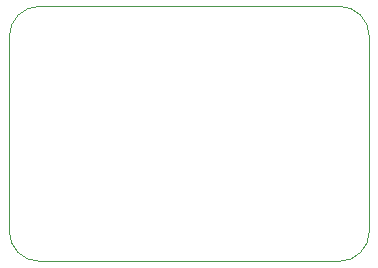
<source format=gbr>
%TF.GenerationSoftware,KiCad,Pcbnew,8.99.0-unknown-7774a43762~178~ubuntu22.04.1*%
%TF.CreationDate,2024-05-27T17:10:49+05:30*%
%TF.ProjectId,Adafruit Si5351A,41646166-7275-4697-9420-536935333531,rev?*%
%TF.SameCoordinates,Original*%
%TF.FileFunction,Profile,NP*%
%FSLAX46Y46*%
G04 Gerber Fmt 4.6, Leading zero omitted, Abs format (unit mm)*
G04 Created by KiCad (PCBNEW 8.99.0-unknown-7774a43762~178~ubuntu22.04.1) date 2024-05-27 17:10:49*
%MOMM*%
%LPD*%
G01*
G04 APERTURE LIST*
%TA.AperFunction,Profile*%
%ADD10C,0.050000*%
%TD*%
G04 APERTURE END LIST*
D10*
X161201100Y-94208600D02*
G75*
G02*
X163741100Y-96748600I0J-2540000D01*
G01*
X133261100Y-113258600D02*
X133261100Y-96748600D01*
X161201100Y-115798600D02*
X135801100Y-115798600D01*
X135801100Y-115798600D02*
G75*
G02*
X133261100Y-113258600I0J2540000D01*
G01*
X163741100Y-96748600D02*
X163741100Y-113258600D01*
X133261100Y-96748600D02*
G75*
G02*
X135801100Y-94208600I2540000J0D01*
G01*
X135801100Y-94208600D02*
X161201100Y-94208600D01*
X163741100Y-113258600D02*
G75*
G02*
X161201100Y-115798600I-2540000J0D01*
G01*
M02*

</source>
